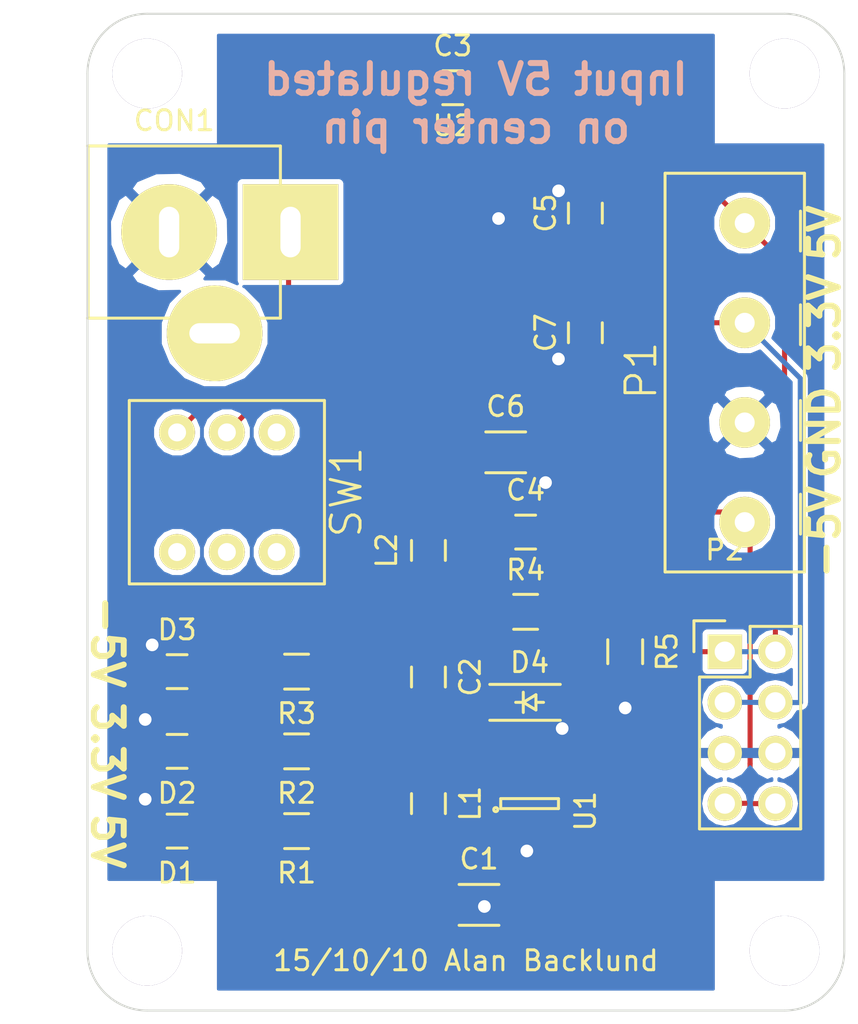
<source format=kicad_pcb>
(kicad_pcb (version 4) (host pcbnew "(2014-10-22 BZR 5214)-product")

  (general
    (links 49)
    (no_connects 0)
    (area 145.361476 97.32012 194.638524 153.03026)
    (thickness 1.6)
    (drawings 17)
    (tracks 156)
    (zones 0)
    (modules 28)
    (nets 13)
  )

  (page A4)
  (layers
    (0 F.Cu signal)
    (31 B.Cu signal)
    (32 B.Adhes user)
    (33 F.Adhes user)
    (34 B.Paste user)
    (35 F.Paste user)
    (36 B.SilkS user)
    (37 F.SilkS user)
    (38 B.Mask user)
    (39 F.Mask user)
    (40 Dwgs.User user)
    (41 Cmts.User user)
    (42 Eco1.User user)
    (43 Eco2.User user)
    (44 Edge.Cuts user)
    (45 Margin user)
    (46 B.CrtYd user)
    (47 F.CrtYd user)
    (48 B.Fab user)
    (49 F.Fab user)
  )

  (setup
    (last_trace_width 0.254)
    (trace_clearance 0.254)
    (zone_clearance 0.1524)
    (zone_45_only no)
    (trace_min 0.254)
    (segment_width 0.2)
    (edge_width 0.1)
    (via_size 0.889)
    (via_drill 0.635)
    (via_min_size 0.889)
    (via_min_drill 0.508)
    (uvia_size 0.508)
    (uvia_drill 0.127)
    (uvias_allowed no)
    (uvia_min_size 0.508)
    (uvia_min_drill 0.127)
    (pcb_text_width 0.3)
    (pcb_text_size 1.5 1.5)
    (mod_edge_width 0.15)
    (mod_text_size 1 1)
    (mod_text_width 0.15)
    (pad_size 1.5 1.5)
    (pad_drill 0.6)
    (pad_to_mask_clearance 0)
    (aux_axis_origin 0 0)
    (visible_elements FFFFFF7F)
    (pcbplotparams
      (layerselection 0x010f0_80000001)
      (usegerberextensions false)
      (excludeedgelayer true)
      (linewidth 0.200000)
      (plotframeref false)
      (viasonmask false)
      (mode 1)
      (useauxorigin false)
      (hpglpennumber 1)
      (hpglpenspeed 20)
      (hpglpendiameter 15)
      (hpglpenoverlay 2)
      (psnegative false)
      (psa4output false)
      (plotreference true)
      (plotvalue true)
      (plotinvisibletext false)
      (padsonsilk false)
      (subtractmaskfromsilk false)
      (outputformat 1)
      (mirror false)
      (drillshape 0)
      (scaleselection 1)
      (outputdirectory ""))
  )

  (net 0 "")
  (net 1 +5V)
  (net 2 GND)
  (net 3 "Net-(C2-Pad1)")
  (net 4 "Net-(C2-Pad2)")
  (net 5 -5V)
  (net 6 "Net-(C4-Pad2)")
  (net 7 +3.3V)
  (net 8 "Net-(CON1-Pad1)")
  (net 9 "Net-(CON1-Pad3)")
  (net 10 "Net-(D1-Pad1)")
  (net 11 "Net-(D2-Pad1)")
  (net 12 "Net-(D3-Pad2)")

  (net_class Default "This is the default net class."
    (clearance 0.254)
    (trace_width 0.254)
    (via_dia 0.889)
    (via_drill 0.635)
    (uvia_dia 0.508)
    (uvia_drill 0.127)
    (add_net +3.3V)
    (add_net +5V)
    (add_net -5V)
    (add_net GND)
    (add_net "Net-(C2-Pad1)")
    (add_net "Net-(C2-Pad2)")
    (add_net "Net-(C4-Pad2)")
    (add_net "Net-(CON1-Pad1)")
    (add_net "Net-(CON1-Pad3)")
    (add_net "Net-(D1-Pad1)")
    (add_net "Net-(D2-Pad1)")
    (add_net "Net-(D3-Pad2)")
  )

  (module Capacitors_SMD:C_1206_HandSoldering (layer F.Cu) (tedit 541A9C03) (tstamp 56180AA9)
    (at 170.66 144.7)
    (descr "Capacitor SMD 1206, hand soldering")
    (tags "capacitor 1206")
    (path /5617E158)
    (attr smd)
    (fp_text reference C1 (at 0 -2.3) (layer F.SilkS)
      (effects (font (size 1 1) (thickness 0.15)))
    )
    (fp_text value 4.7u (at 0 2.3) (layer F.Fab)
      (effects (font (size 1 1) (thickness 0.15)))
    )
    (fp_line (start -3.3 -1.15) (end 3.3 -1.15) (layer F.CrtYd) (width 0.05))
    (fp_line (start -3.3 1.15) (end 3.3 1.15) (layer F.CrtYd) (width 0.05))
    (fp_line (start -3.3 -1.15) (end -3.3 1.15) (layer F.CrtYd) (width 0.05))
    (fp_line (start 3.3 -1.15) (end 3.3 1.15) (layer F.CrtYd) (width 0.05))
    (fp_line (start 1 -1.025) (end -1 -1.025) (layer F.SilkS) (width 0.15))
    (fp_line (start -1 1.025) (end 1 1.025) (layer F.SilkS) (width 0.15))
    (pad 1 smd rect (at -2 0) (size 2 1.6) (layers F.Cu F.Paste F.Mask)
      (net 1 +5V))
    (pad 2 smd rect (at 2 0) (size 2 1.6) (layers F.Cu F.Paste F.Mask)
      (net 2 GND))
    (model Capacitors_SMD.3dshapes/C_1206_HandSoldering.wrl
      (at (xyz 0 0 0))
      (scale (xyz 1 1 1))
      (rotate (xyz 0 0 0))
    )
  )

  (module Capacitors_SMD:C_0805_HandSoldering (layer F.Cu) (tedit 541A9B8D) (tstamp 56180AAF)
    (at 168.12 133.27 270)
    (descr "Capacitor SMD 0805, hand soldering")
    (tags "capacitor 0805")
    (path /5617E171)
    (attr smd)
    (fp_text reference C2 (at 0 -2.1 270) (layer F.SilkS)
      (effects (font (size 1 1) (thickness 0.15)))
    )
    (fp_text value 0.47u (at 0 2.1 270) (layer F.Fab)
      (effects (font (size 1 1) (thickness 0.15)))
    )
    (fp_line (start -2.3 -1) (end 2.3 -1) (layer F.CrtYd) (width 0.05))
    (fp_line (start -2.3 1) (end 2.3 1) (layer F.CrtYd) (width 0.05))
    (fp_line (start -2.3 -1) (end -2.3 1) (layer F.CrtYd) (width 0.05))
    (fp_line (start 2.3 -1) (end 2.3 1) (layer F.CrtYd) (width 0.05))
    (fp_line (start 0.5 -0.85) (end -0.5 -0.85) (layer F.SilkS) (width 0.15))
    (fp_line (start -0.5 0.85) (end 0.5 0.85) (layer F.SilkS) (width 0.15))
    (pad 1 smd rect (at -1.25 0 270) (size 1.5 1.25) (layers F.Cu F.Paste F.Mask)
      (net 3 "Net-(C2-Pad1)"))
    (pad 2 smd rect (at 1.25 0 270) (size 1.5 1.25) (layers F.Cu F.Paste F.Mask)
      (net 4 "Net-(C2-Pad2)"))
    (model Capacitors_SMD.3dshapes/C_0805_HandSoldering.wrl
      (at (xyz 0 0 0))
      (scale (xyz 1 1 1))
      (rotate (xyz 0 0 0))
    )
  )

  (module Capacitors_SMD:C_0805_HandSoldering (layer F.Cu) (tedit 541A9B8D) (tstamp 56180AB5)
    (at 169.34 103.71)
    (descr "Capacitor SMD 0805, hand soldering")
    (tags "capacitor 0805")
    (path /5617E0BA)
    (attr smd)
    (fp_text reference C3 (at 0 -2.1) (layer F.SilkS)
      (effects (font (size 1 1) (thickness 0.15)))
    )
    (fp_text value 10u (at 0 2.1) (layer F.Fab)
      (effects (font (size 1 1) (thickness 0.15)))
    )
    (fp_line (start -2.3 -1) (end 2.3 -1) (layer F.CrtYd) (width 0.05))
    (fp_line (start -2.3 1) (end 2.3 1) (layer F.CrtYd) (width 0.05))
    (fp_line (start -2.3 -1) (end -2.3 1) (layer F.CrtYd) (width 0.05))
    (fp_line (start 2.3 -1) (end 2.3 1) (layer F.CrtYd) (width 0.05))
    (fp_line (start 0.5 -0.85) (end -0.5 -0.85) (layer F.SilkS) (width 0.15))
    (fp_line (start -0.5 0.85) (end 0.5 0.85) (layer F.SilkS) (width 0.15))
    (pad 1 smd rect (at -1.25 0) (size 1.5 1.25) (layers F.Cu F.Paste F.Mask)
      (net 1 +5V))
    (pad 2 smd rect (at 1.25 0) (size 1.5 1.25) (layers F.Cu F.Paste F.Mask)
      (net 2 GND))
    (model Capacitors_SMD.3dshapes/C_0805_HandSoldering.wrl
      (at (xyz 0 0 0))
      (scale (xyz 1 1 1))
      (rotate (xyz 0 0 0))
    )
  )

  (module Capacitors_SMD:C_0805_HandSoldering (layer F.Cu) (tedit 541A9B8D) (tstamp 56180ABB)
    (at 173 126)
    (descr "Capacitor SMD 0805, hand soldering")
    (tags "capacitor 0805")
    (path /5617E1DC)
    (attr smd)
    (fp_text reference C4 (at 0 -2.1) (layer F.SilkS)
      (effects (font (size 1 1) (thickness 0.15)))
    )
    (fp_text value 100p (at 0 2.1) (layer F.Fab)
      (effects (font (size 1 1) (thickness 0.15)))
    )
    (fp_line (start -2.3 -1) (end 2.3 -1) (layer F.CrtYd) (width 0.05))
    (fp_line (start -2.3 1) (end 2.3 1) (layer F.CrtYd) (width 0.05))
    (fp_line (start -2.3 -1) (end -2.3 1) (layer F.CrtYd) (width 0.05))
    (fp_line (start 2.3 -1) (end 2.3 1) (layer F.CrtYd) (width 0.05))
    (fp_line (start 0.5 -0.85) (end -0.5 -0.85) (layer F.SilkS) (width 0.15))
    (fp_line (start -0.5 0.85) (end 0.5 0.85) (layer F.SilkS) (width 0.15))
    (pad 1 smd rect (at -1.25 0) (size 1.5 1.25) (layers F.Cu F.Paste F.Mask)
      (net 5 -5V))
    (pad 2 smd rect (at 1.25 0) (size 1.5 1.25) (layers F.Cu F.Paste F.Mask)
      (net 6 "Net-(C4-Pad2)"))
    (model Capacitors_SMD.3dshapes/C_0805_HandSoldering.wrl
      (at (xyz 0 0 0))
      (scale (xyz 1 1 1))
      (rotate (xyz 0 0 0))
    )
  )

  (module Capacitors_SMD:C_0805_HandSoldering (layer F.Cu) (tedit 56185C8E) (tstamp 56185881)
    (at 176 110 90)
    (descr "Capacitor SMD 0805, hand soldering")
    (tags "capacitor 0805")
    (path /5617E131)
    (attr smd)
    (fp_text reference C5 (at 0 -2 90) (layer F.SilkS)
      (effects (font (size 1 1) (thickness 0.15)))
    )
    (fp_text value 10u (at 0 2.1 90) (layer F.Fab)
      (effects (font (size 1 1) (thickness 0.15)))
    )
    (fp_line (start -2.3 -1) (end 2.3 -1) (layer F.CrtYd) (width 0.05))
    (fp_line (start -2.3 1) (end 2.3 1) (layer F.CrtYd) (width 0.05))
    (fp_line (start -2.3 -1) (end -2.3 1) (layer F.CrtYd) (width 0.05))
    (fp_line (start 2.3 -1) (end 2.3 1) (layer F.CrtYd) (width 0.05))
    (fp_line (start 0.5 -0.85) (end -0.5 -0.85) (layer F.SilkS) (width 0.15))
    (fp_line (start -0.5 0.85) (end 0.5 0.85) (layer F.SilkS) (width 0.15))
    (pad 1 smd rect (at -1.25 0 90) (size 1.5 1.25) (layers F.Cu F.Paste F.Mask)
      (net 7 +3.3V))
    (pad 2 smd rect (at 1.25 0 90) (size 1.5 1.25) (layers F.Cu F.Paste F.Mask)
      (net 2 GND))
    (model Capacitors_SMD.3dshapes/C_0805_HandSoldering.wrl
      (at (xyz 0 0 0))
      (scale (xyz 1 1 1))
      (rotate (xyz 0 0 0))
    )
  )

  (module Capacitors_SMD:C_1206_HandSoldering (layer F.Cu) (tedit 541A9C03) (tstamp 56180AC7)
    (at 172 122)
    (descr "Capacitor SMD 1206, hand soldering")
    (tags "capacitor 1206")
    (path /5617E221)
    (attr smd)
    (fp_text reference C6 (at 0 -2.3) (layer F.SilkS)
      (effects (font (size 1 1) (thickness 0.15)))
    )
    (fp_text value 10u (at 0 2.3) (layer F.Fab)
      (effects (font (size 1 1) (thickness 0.15)))
    )
    (fp_line (start -3.3 -1.15) (end 3.3 -1.15) (layer F.CrtYd) (width 0.05))
    (fp_line (start -3.3 1.15) (end 3.3 1.15) (layer F.CrtYd) (width 0.05))
    (fp_line (start -3.3 -1.15) (end -3.3 1.15) (layer F.CrtYd) (width 0.05))
    (fp_line (start 3.3 -1.15) (end 3.3 1.15) (layer F.CrtYd) (width 0.05))
    (fp_line (start 1 -1.025) (end -1 -1.025) (layer F.SilkS) (width 0.15))
    (fp_line (start -1 1.025) (end 1 1.025) (layer F.SilkS) (width 0.15))
    (pad 1 smd rect (at -2 0) (size 2 1.6) (layers F.Cu F.Paste F.Mask)
      (net 5 -5V))
    (pad 2 smd rect (at 2 0) (size 2 1.6) (layers F.Cu F.Paste F.Mask)
      (net 2 GND))
    (model Capacitors_SMD.3dshapes/C_1206_HandSoldering.wrl
      (at (xyz 0 0 0))
      (scale (xyz 1 1 1))
      (rotate (xyz 0 0 0))
    )
  )

  (module Capacitors_SMD:C_0805_HandSoldering (layer F.Cu) (tedit 541A9B8D) (tstamp 56180AD4)
    (at 155.5 141 180)
    (descr "Capacitor SMD 0805, hand soldering")
    (tags "capacitor 0805")
    (path /5617E3BD)
    (attr smd)
    (fp_text reference D1 (at 0 -2.1 180) (layer F.SilkS)
      (effects (font (size 1 1) (thickness 0.15)))
    )
    (fp_text value 5V (at 0 2.1 180) (layer F.Fab)
      (effects (font (size 1 1) (thickness 0.15)))
    )
    (fp_line (start -2.3 -1) (end 2.3 -1) (layer F.CrtYd) (width 0.05))
    (fp_line (start -2.3 1) (end 2.3 1) (layer F.CrtYd) (width 0.05))
    (fp_line (start -2.3 -1) (end -2.3 1) (layer F.CrtYd) (width 0.05))
    (fp_line (start 2.3 -1) (end 2.3 1) (layer F.CrtYd) (width 0.05))
    (fp_line (start 0.5 -0.85) (end -0.5 -0.85) (layer F.SilkS) (width 0.15))
    (fp_line (start -0.5 0.85) (end 0.5 0.85) (layer F.SilkS) (width 0.15))
    (pad 1 smd rect (at -1.25 0 180) (size 1.5 1.25) (layers F.Cu F.Paste F.Mask)
      (net 10 "Net-(D1-Pad1)"))
    (pad 2 smd rect (at 1.25 0 180) (size 1.5 1.25) (layers F.Cu F.Paste F.Mask)
      (net 2 GND))
    (model Capacitors_SMD.3dshapes/C_0805_HandSoldering.wrl
      (at (xyz 0 0 0))
      (scale (xyz 1 1 1))
      (rotate (xyz 0 0 0))
    )
  )

  (module Capacitors_SMD:C_0805_HandSoldering (layer F.Cu) (tedit 541A9B8D) (tstamp 56180ADA)
    (at 155.5 137 180)
    (descr "Capacitor SMD 0805, hand soldering")
    (tags "capacitor 0805")
    (path /5617E418)
    (attr smd)
    (fp_text reference D2 (at 0 -2.1 180) (layer F.SilkS)
      (effects (font (size 1 1) (thickness 0.15)))
    )
    (fp_text value 3.3V (at 0 2.1 180) (layer F.Fab)
      (effects (font (size 1 1) (thickness 0.15)))
    )
    (fp_line (start -2.3 -1) (end 2.3 -1) (layer F.CrtYd) (width 0.05))
    (fp_line (start -2.3 1) (end 2.3 1) (layer F.CrtYd) (width 0.05))
    (fp_line (start -2.3 -1) (end -2.3 1) (layer F.CrtYd) (width 0.05))
    (fp_line (start 2.3 -1) (end 2.3 1) (layer F.CrtYd) (width 0.05))
    (fp_line (start 0.5 -0.85) (end -0.5 -0.85) (layer F.SilkS) (width 0.15))
    (fp_line (start -0.5 0.85) (end 0.5 0.85) (layer F.SilkS) (width 0.15))
    (pad 1 smd rect (at -1.25 0 180) (size 1.5 1.25) (layers F.Cu F.Paste F.Mask)
      (net 11 "Net-(D2-Pad1)"))
    (pad 2 smd rect (at 1.25 0 180) (size 1.5 1.25) (layers F.Cu F.Paste F.Mask)
      (net 2 GND))
    (model Capacitors_SMD.3dshapes/C_0805_HandSoldering.wrl
      (at (xyz 0 0 0))
      (scale (xyz 1 1 1))
      (rotate (xyz 0 0 0))
    )
  )

  (module Capacitors_SMD:C_0805_HandSoldering (layer F.Cu) (tedit 56185B06) (tstamp 56180AE0)
    (at 155.5 133)
    (descr "Capacitor SMD 0805, hand soldering")
    (tags "capacitor 0805")
    (path /5617E43D)
    (attr smd)
    (fp_text reference D3 (at 0 -2.1) (layer F.SilkS)
      (effects (font (size 1 1) (thickness 0.15)))
    )
    (fp_text value -5V (at 0 -2) (layer F.Fab)
      (effects (font (size 1 1) (thickness 0.15)))
    )
    (fp_line (start -2.3 -1) (end 2.3 -1) (layer F.CrtYd) (width 0.05))
    (fp_line (start -2.3 1) (end 2.3 1) (layer F.CrtYd) (width 0.05))
    (fp_line (start -2.3 -1) (end -2.3 1) (layer F.CrtYd) (width 0.05))
    (fp_line (start 2.3 -1) (end 2.3 1) (layer F.CrtYd) (width 0.05))
    (fp_line (start 0.5 -0.85) (end -0.5 -0.85) (layer F.SilkS) (width 0.15))
    (fp_line (start -0.5 0.85) (end 0.5 0.85) (layer F.SilkS) (width 0.15))
    (pad 1 smd rect (at -1.25 0) (size 1.5 1.25) (layers F.Cu F.Paste F.Mask)
      (net 2 GND))
    (pad 2 smd rect (at 1.25 0) (size 1.5 1.25) (layers F.Cu F.Paste F.Mask)
      (net 12 "Net-(D3-Pad2)"))
    (model Capacitors_SMD.3dshapes/C_0805_HandSoldering.wrl
      (at (xyz 0 0 0))
      (scale (xyz 1 1 1))
      (rotate (xyz 0 0 0))
    )
  )

  (module Diodes_SMD:SOD-123 (layer F.Cu) (tedit 5530FCB9) (tstamp 56180AE6)
    (at 173.2 134.54)
    (descr SOD-123)
    (tags SOD-123)
    (path /5617E458)
    (attr smd)
    (fp_text reference D4 (at 0 -2) (layer F.SilkS)
      (effects (font (size 1 1) (thickness 0.15)))
    )
    (fp_text value 20V (at 0 2.1) (layer F.Fab)
      (effects (font (size 1 1) (thickness 0.15)))
    )
    (fp_line (start 0.3175 0) (end 0.6985 0) (layer F.SilkS) (width 0.15))
    (fp_line (start -0.6985 0) (end -0.3175 0) (layer F.SilkS) (width 0.15))
    (fp_line (start -0.3175 0) (end 0.3175 -0.381) (layer F.SilkS) (width 0.15))
    (fp_line (start 0.3175 -0.381) (end 0.3175 0.381) (layer F.SilkS) (width 0.15))
    (fp_line (start 0.3175 0.381) (end -0.3175 0) (layer F.SilkS) (width 0.15))
    (fp_line (start -0.3175 -0.508) (end -0.3175 0.508) (layer F.SilkS) (width 0.15))
    (fp_line (start -2.25 -1.05) (end 2.25 -1.05) (layer F.CrtYd) (width 0.05))
    (fp_line (start 2.25 -1.05) (end 2.25 1.05) (layer F.CrtYd) (width 0.05))
    (fp_line (start 2.25 1.05) (end -2.25 1.05) (layer F.CrtYd) (width 0.05))
    (fp_line (start -2.25 -1.05) (end -2.25 1.05) (layer F.CrtYd) (width 0.05))
    (fp_line (start -2 0.9) (end 1.54 0.9) (layer F.SilkS) (width 0.15))
    (fp_line (start -2 -0.9) (end 1.54 -0.9) (layer F.SilkS) (width 0.15))
    (pad 1 smd rect (at -1.635 0) (size 0.91 1.22) (layers F.Cu F.Paste F.Mask)
      (net 3 "Net-(C2-Pad1)"))
    (pad 2 smd rect (at 1.635 0) (size 0.91 1.22) (layers F.Cu F.Paste F.Mask)
      (net 2 GND))
  )

  (module Capacitors_SMD:C_0805_HandSoldering (layer F.Cu) (tedit 541A9B8D) (tstamp 56180AEC)
    (at 168.12 139.62 270)
    (descr "Capacitor SMD 0805, hand soldering")
    (tags "capacitor 0805")
    (path /5617E4AD)
    (attr smd)
    (fp_text reference L1 (at 0 -2.1 270) (layer F.SilkS)
      (effects (font (size 1 1) (thickness 0.15)))
    )
    (fp_text value 10u (at 0 2.1 270) (layer F.Fab)
      (effects (font (size 1 1) (thickness 0.15)))
    )
    (fp_line (start -2.3 -1) (end 2.3 -1) (layer F.CrtYd) (width 0.05))
    (fp_line (start -2.3 1) (end 2.3 1) (layer F.CrtYd) (width 0.05))
    (fp_line (start -2.3 -1) (end -2.3 1) (layer F.CrtYd) (width 0.05))
    (fp_line (start 2.3 -1) (end 2.3 1) (layer F.CrtYd) (width 0.05))
    (fp_line (start 0.5 -0.85) (end -0.5 -0.85) (layer F.SilkS) (width 0.15))
    (fp_line (start -0.5 0.85) (end 0.5 0.85) (layer F.SilkS) (width 0.15))
    (pad 1 smd rect (at -1.25 0 270) (size 1.5 1.25) (layers F.Cu F.Paste F.Mask)
      (net 1 +5V))
    (pad 2 smd rect (at 1.25 0 270) (size 1.5 1.25) (layers F.Cu F.Paste F.Mask)
      (net 4 "Net-(C2-Pad2)"))
    (model Capacitors_SMD.3dshapes/C_0805_HandSoldering.wrl
      (at (xyz 0 0 0))
      (scale (xyz 1 1 1))
      (rotate (xyz 0 0 0))
    )
  )

  (module Capacitors_SMD:C_0805_HandSoldering (layer F.Cu) (tedit 541A9B8D) (tstamp 56180AF2)
    (at 168.12 126.92 90)
    (descr "Capacitor SMD 0805, hand soldering")
    (tags "capacitor 0805")
    (path /56180998)
    (attr smd)
    (fp_text reference L2 (at 0 -2.1 90) (layer F.SilkS)
      (effects (font (size 1 1) (thickness 0.15)))
    )
    (fp_text value 10u (at 0 2.1 90) (layer F.Fab)
      (effects (font (size 1 1) (thickness 0.15)))
    )
    (fp_line (start -2.3 -1) (end 2.3 -1) (layer F.CrtYd) (width 0.05))
    (fp_line (start -2.3 1) (end 2.3 1) (layer F.CrtYd) (width 0.05))
    (fp_line (start -2.3 -1) (end -2.3 1) (layer F.CrtYd) (width 0.05))
    (fp_line (start 2.3 -1) (end 2.3 1) (layer F.CrtYd) (width 0.05))
    (fp_line (start 0.5 -0.85) (end -0.5 -0.85) (layer F.SilkS) (width 0.15))
    (fp_line (start -0.5 0.85) (end 0.5 0.85) (layer F.SilkS) (width 0.15))
    (pad 1 smd rect (at -1.25 0 90) (size 1.5 1.25) (layers F.Cu F.Paste F.Mask)
      (net 3 "Net-(C2-Pad1)"))
    (pad 2 smd rect (at 1.25 0 90) (size 1.5 1.25) (layers F.Cu F.Paste F.Mask)
      (net 5 -5V))
    (model Capacitors_SMD.3dshapes/C_0805_HandSoldering.wrl
      (at (xyz 0 0 0))
      (scale (xyz 1 1 1))
      (rotate (xyz 0 0 0))
    )
  )

  (module Pin_Headers:Pin_Header_Straight_2x04 (layer F.Cu) (tedit 56180A4D) (tstamp 56180B06)
    (at 183 132)
    (descr "Through hole pin header")
    (tags "pin header")
    (path /5617E52D)
    (fp_text reference P2 (at 0 -5.1) (layer F.SilkS)
      (effects (font (size 1 1) (thickness 0.15)))
    )
    (fp_text value "Power Out" (at 0 -3.1) (layer F.Fab)
      (effects (font (size 1 1) (thickness 0.15)))
    )
    (fp_line (start -1.75 -1.75) (end -1.75 9.4) (layer F.CrtYd) (width 0.05))
    (fp_line (start 4.3 -1.75) (end 4.3 9.4) (layer F.CrtYd) (width 0.05))
    (fp_line (start -1.75 -1.75) (end 4.3 -1.75) (layer F.CrtYd) (width 0.05))
    (fp_line (start -1.75 9.4) (end 4.3 9.4) (layer F.CrtYd) (width 0.05))
    (fp_line (start -1.27 1.27) (end -1.27 8.89) (layer F.SilkS) (width 0.15))
    (fp_line (start -1.27 8.89) (end 3.81 8.89) (layer F.SilkS) (width 0.15))
    (fp_line (start 3.81 8.89) (end 3.81 -1.27) (layer F.SilkS) (width 0.15))
    (fp_line (start 3.81 -1.27) (end 1.27 -1.27) (layer F.SilkS) (width 0.15))
    (fp_line (start 0 -1.55) (end -1.55 -1.55) (layer F.SilkS) (width 0.15))
    (fp_line (start 1.27 -1.27) (end 1.27 1.27) (layer F.SilkS) (width 0.15))
    (fp_line (start 1.27 1.27) (end -1.27 1.27) (layer F.SilkS) (width 0.15))
    (fp_line (start -1.55 -1.55) (end -1.55 0) (layer F.SilkS) (width 0.15))
    (pad 1 thru_hole rect (at 0 0) (size 1.7272 1.7272) (drill 1.016) (layers *.Cu *.Mask F.SilkS)
      (net 1 +5V))
    (pad 2 thru_hole oval (at 2.54 0) (size 1.7272 1.7272) (drill 1.016) (layers *.Cu *.Mask F.SilkS)
      (net 1 +5V))
    (pad 3 thru_hole oval (at 0 2.54) (size 1.7272 1.7272) (drill 1.016) (layers *.Cu *.Mask F.SilkS)
      (net 7 +3.3V))
    (pad 4 thru_hole oval (at 2.54 2.54) (size 1.7272 1.7272) (drill 1.016) (layers *.Cu *.Mask F.SilkS)
      (net 7 +3.3V))
    (pad 5 thru_hole oval (at 0 5.08) (size 1.7272 1.7272) (drill 1.016) (layers *.Cu *.Mask F.SilkS)
      (net 2 GND))
    (pad 6 thru_hole oval (at 2.54 5.08) (size 1.7272 1.7272) (drill 1.016) (layers *.Cu *.Mask F.SilkS)
      (net 2 GND))
    (pad 7 thru_hole oval (at 0 7.62) (size 1.7272 1.7272) (drill 1.016) (layers *.Cu *.Mask F.SilkS)
      (net 5 -5V))
    (pad 8 thru_hole oval (at 2.54 7.62) (size 1.7272 1.7272) (drill 1.016) (layers *.Cu *.Mask F.SilkS)
      (net 5 -5V))
    (model Pin_Headers.3dshapes/Pin_Header_Straight_2x04.wrl
      (at (xyz 0.05 -0.15 0))
      (scale (xyz 1 1 1))
      (rotate (xyz 0 0 90))
    )
  )

  (module Resistors_SMD:R_0805_HandSoldering (layer F.Cu) (tedit 54189DEE) (tstamp 56180B0C)
    (at 161.5 141 180)
    (descr "Resistor SMD 0805, hand soldering")
    (tags "resistor 0805")
    (path /5617E23A)
    (attr smd)
    (fp_text reference R1 (at 0 -2.1 180) (layer F.SilkS)
      (effects (font (size 1 1) (thickness 0.15)))
    )
    (fp_text value 470 (at 0 2.1 180) (layer F.Fab)
      (effects (font (size 1 1) (thickness 0.15)))
    )
    (fp_line (start -2.4 -1) (end 2.4 -1) (layer F.CrtYd) (width 0.05))
    (fp_line (start -2.4 1) (end 2.4 1) (layer F.CrtYd) (width 0.05))
    (fp_line (start -2.4 -1) (end -2.4 1) (layer F.CrtYd) (width 0.05))
    (fp_line (start 2.4 -1) (end 2.4 1) (layer F.CrtYd) (width 0.05))
    (fp_line (start 0.6 0.875) (end -0.6 0.875) (layer F.SilkS) (width 0.15))
    (fp_line (start -0.6 -0.875) (end 0.6 -0.875) (layer F.SilkS) (width 0.15))
    (pad 1 smd rect (at -1.35 0 180) (size 1.5 1.3) (layers F.Cu F.Paste F.Mask)
      (net 1 +5V))
    (pad 2 smd rect (at 1.35 0 180) (size 1.5 1.3) (layers F.Cu F.Paste F.Mask)
      (net 10 "Net-(D1-Pad1)"))
    (model Resistors_SMD.3dshapes/R_0805_HandSoldering.wrl
      (at (xyz 0 0 0))
      (scale (xyz 1 1 1))
      (rotate (xyz 0 0 0))
    )
  )

  (module Resistors_SMD:R_0805_HandSoldering (layer F.Cu) (tedit 54189DEE) (tstamp 56180B12)
    (at 161.5 137 180)
    (descr "Resistor SMD 0805, hand soldering")
    (tags "resistor 0805")
    (path /5617E323)
    (attr smd)
    (fp_text reference R2 (at 0 -2.1 180) (layer F.SilkS)
      (effects (font (size 1 1) (thickness 0.15)))
    )
    (fp_text value 330 (at 0 2.1 180) (layer F.Fab)
      (effects (font (size 1 1) (thickness 0.15)))
    )
    (fp_line (start -2.4 -1) (end 2.4 -1) (layer F.CrtYd) (width 0.05))
    (fp_line (start -2.4 1) (end 2.4 1) (layer F.CrtYd) (width 0.05))
    (fp_line (start -2.4 -1) (end -2.4 1) (layer F.CrtYd) (width 0.05))
    (fp_line (start 2.4 -1) (end 2.4 1) (layer F.CrtYd) (width 0.05))
    (fp_line (start 0.6 0.875) (end -0.6 0.875) (layer F.SilkS) (width 0.15))
    (fp_line (start -0.6 -0.875) (end 0.6 -0.875) (layer F.SilkS) (width 0.15))
    (pad 1 smd rect (at -1.35 0 180) (size 1.5 1.3) (layers F.Cu F.Paste F.Mask)
      (net 7 +3.3V))
    (pad 2 smd rect (at 1.35 0 180) (size 1.5 1.3) (layers F.Cu F.Paste F.Mask)
      (net 11 "Net-(D2-Pad1)"))
    (model Resistors_SMD.3dshapes/R_0805_HandSoldering.wrl
      (at (xyz 0 0 0))
      (scale (xyz 1 1 1))
      (rotate (xyz 0 0 0))
    )
  )

  (module Resistors_SMD:R_0805_HandSoldering (layer F.Cu) (tedit 54189DEE) (tstamp 56180B18)
    (at 161.5 133 180)
    (descr "Resistor SMD 0805, hand soldering")
    (tags "resistor 0805")
    (path /5617E3A4)
    (attr smd)
    (fp_text reference R3 (at 0 -2.1 180) (layer F.SilkS)
      (effects (font (size 1 1) (thickness 0.15)))
    )
    (fp_text value 470 (at 0 2.1 180) (layer F.Fab)
      (effects (font (size 1 1) (thickness 0.15)))
    )
    (fp_line (start -2.4 -1) (end 2.4 -1) (layer F.CrtYd) (width 0.05))
    (fp_line (start -2.4 1) (end 2.4 1) (layer F.CrtYd) (width 0.05))
    (fp_line (start -2.4 -1) (end -2.4 1) (layer F.CrtYd) (width 0.05))
    (fp_line (start 2.4 -1) (end 2.4 1) (layer F.CrtYd) (width 0.05))
    (fp_line (start 0.6 0.875) (end -0.6 0.875) (layer F.SilkS) (width 0.15))
    (fp_line (start -0.6 -0.875) (end 0.6 -0.875) (layer F.SilkS) (width 0.15))
    (pad 1 smd rect (at -1.35 0 180) (size 1.5 1.3) (layers F.Cu F.Paste F.Mask)
      (net 5 -5V))
    (pad 2 smd rect (at 1.35 0 180) (size 1.5 1.3) (layers F.Cu F.Paste F.Mask)
      (net 12 "Net-(D3-Pad2)"))
    (model Resistors_SMD.3dshapes/R_0805_HandSoldering.wrl
      (at (xyz 0 0 0))
      (scale (xyz 1 1 1))
      (rotate (xyz 0 0 0))
    )
  )

  (module Resistors_SMD:R_0805_HandSoldering (layer F.Cu) (tedit 54189DEE) (tstamp 56180B1E)
    (at 173 130)
    (descr "Resistor SMD 0805, hand soldering")
    (tags "resistor 0805")
    (path /561808FC)
    (attr smd)
    (fp_text reference R4 (at 0 -2.1) (layer F.SilkS)
      (effects (font (size 1 1) (thickness 0.15)))
    )
    (fp_text value 73.2 (at 0 2.1) (layer F.Fab)
      (effects (font (size 1 1) (thickness 0.15)))
    )
    (fp_line (start -2.4 -1) (end 2.4 -1) (layer F.CrtYd) (width 0.05))
    (fp_line (start -2.4 1) (end 2.4 1) (layer F.CrtYd) (width 0.05))
    (fp_line (start -2.4 -1) (end -2.4 1) (layer F.CrtYd) (width 0.05))
    (fp_line (start 2.4 -1) (end 2.4 1) (layer F.CrtYd) (width 0.05))
    (fp_line (start 0.6 0.875) (end -0.6 0.875) (layer F.SilkS) (width 0.15))
    (fp_line (start -0.6 -0.875) (end 0.6 -0.875) (layer F.SilkS) (width 0.15))
    (pad 1 smd rect (at -1.35 0) (size 1.5 1.3) (layers F.Cu F.Paste F.Mask)
      (net 5 -5V))
    (pad 2 smd rect (at 1.35 0) (size 1.5 1.3) (layers F.Cu F.Paste F.Mask)
      (net 6 "Net-(C4-Pad2)"))
    (model Resistors_SMD.3dshapes/R_0805_HandSoldering.wrl
      (at (xyz 0 0 0))
      (scale (xyz 1 1 1))
      (rotate (xyz 0 0 0))
    )
  )

  (module Resistors_SMD:R_0805_HandSoldering (layer F.Cu) (tedit 54189DEE) (tstamp 56180B24)
    (at 178 132 270)
    (descr "Resistor SMD 0805, hand soldering")
    (tags "resistor 0805")
    (path /561806F4)
    (attr smd)
    (fp_text reference R5 (at 0 -2.1 270) (layer F.SilkS)
      (effects (font (size 1 1) (thickness 0.15)))
    )
    (fp_text value 24.9 (at 0 2.1 270) (layer F.Fab)
      (effects (font (size 1 1) (thickness 0.15)))
    )
    (fp_line (start -2.4 -1) (end 2.4 -1) (layer F.CrtYd) (width 0.05))
    (fp_line (start -2.4 1) (end 2.4 1) (layer F.CrtYd) (width 0.05))
    (fp_line (start -2.4 -1) (end -2.4 1) (layer F.CrtYd) (width 0.05))
    (fp_line (start 2.4 -1) (end 2.4 1) (layer F.CrtYd) (width 0.05))
    (fp_line (start 0.6 0.875) (end -0.6 0.875) (layer F.SilkS) (width 0.15))
    (fp_line (start -0.6 -0.875) (end 0.6 -0.875) (layer F.SilkS) (width 0.15))
    (pad 1 smd rect (at -1.35 0 270) (size 1.5 1.3) (layers F.Cu F.Paste F.Mask)
      (net 6 "Net-(C4-Pad2)"))
    (pad 2 smd rect (at 1.35 0 270) (size 1.5 1.3) (layers F.Cu F.Paste F.Mask)
      (net 2 GND))
    (model Resistors_SMD.3dshapes/R_0805_HandSoldering.wrl
      (at (xyz 0 0 0))
      (scale (xyz 1 1 1))
      (rotate (xyz 0 0 0))
    )
  )

  (module Housings_SOT-23_SOT-143_TSOT-6:SOT-23-5 (layer F.Cu) (tedit 56185B33) (tstamp 56180B37)
    (at 173.2 139.62 90)
    (descr "5-pin SOT23 package")
    (tags SOT-23-5)
    (path /5617E04C)
    (attr smd)
    (fp_text reference U1 (at -0.38 2.8 90) (layer F.SilkS)
      (effects (font (size 1 1) (thickness 0.15)))
    )
    (fp_text value LT1617 (at -0.05 2.35 90) (layer F.Fab)
      (effects (font (size 1 1) (thickness 0.15)))
    )
    (fp_line (start -1.8 -1.6) (end 1.8 -1.6) (layer F.CrtYd) (width 0.05))
    (fp_line (start 1.8 -1.6) (end 1.8 1.6) (layer F.CrtYd) (width 0.05))
    (fp_line (start 1.8 1.6) (end -1.8 1.6) (layer F.CrtYd) (width 0.05))
    (fp_line (start -1.8 1.6) (end -1.8 -1.6) (layer F.CrtYd) (width 0.05))
    (fp_circle (center -0.3 -1.7) (end -0.2 -1.7) (layer F.SilkS) (width 0.15))
    (fp_line (start 0.25 -1.45) (end -0.25 -1.45) (layer F.SilkS) (width 0.15))
    (fp_line (start 0.25 1.45) (end 0.25 -1.45) (layer F.SilkS) (width 0.15))
    (fp_line (start -0.25 1.45) (end 0.25 1.45) (layer F.SilkS) (width 0.15))
    (fp_line (start -0.25 -1.45) (end -0.25 1.45) (layer F.SilkS) (width 0.15))
    (pad 1 smd rect (at -1.1 -0.95 90) (size 1.06 0.65) (layers F.Cu F.Paste F.Mask)
      (net 4 "Net-(C2-Pad2)"))
    (pad 2 smd rect (at -1.1 0 90) (size 1.06 0.65) (layers F.Cu F.Paste F.Mask)
      (net 2 GND))
    (pad 3 smd rect (at -1.1 0.95 90) (size 1.06 0.65) (layers F.Cu F.Paste F.Mask)
      (net 6 "Net-(C4-Pad2)"))
    (pad 4 smd rect (at 1.1 0.95 90) (size 1.06 0.65) (layers F.Cu F.Paste F.Mask)
      (net 1 +5V))
    (pad 5 smd rect (at 1.1 -0.95 90) (size 1.06 0.65) (layers F.Cu F.Paste F.Mask)
      (net 1 +5V))
    (model Housings_SOT-23_SOT-143_TSOT-6.3dshapes/SOT-23-5.wrl
      (at (xyz 0 0 0))
      (scale (xyz 0.11 0.11 0.11))
      (rotate (xyz 0 0 90))
    )
  )

  (module AB1lib:DPAK (layer F.Cu) (tedit 5619B2BC) (tstamp 56185874)
    (at 169.34 111.33 180)
    (path /5617E01F)
    (fp_text reference U2 (at 0 5.715 180) (layer F.SilkS)
      (effects (font (size 1 1) (thickness 0.15)))
    )
    (fp_text value LD1117DT33 (at 0 -7.62 180) (layer F.SilkS) hide
      (effects (font (size 1 1) (thickness 0.15)))
    )
    (pad 1 smd rect (at -2.3 3.3 180) (size 1.6 3) (layers F.Cu F.Paste F.Mask)
      (net 2 GND))
    (pad 3 smd rect (at 2.3 3.3 180) (size 1.6 3) (layers F.Cu F.Paste F.Mask)
      (net 1 +5V))
    (pad 2 smd rect (at 0 -3.35 180) (size 6.7 6.7) (layers F.Cu F.Paste F.Mask)
      (net 7 +3.3V))
  )

  (module AB1lib:PVA2EE (layer F.Cu) (tedit 56185CD7) (tstamp 561854BA)
    (at 158 124)
    (path /56183508)
    (fp_text reference SW1 (at 6 0 270) (layer F.SilkS)
      (effects (font (size 1.5 1.5) (thickness 0.15)))
    )
    (fp_text value Power (at 0.4 5.85) (layer F.SilkS) hide
      (effects (font (size 1.5 1.5) (thickness 0.15)))
    )
    (fp_line (start -4.9 -4.6) (end -4.9 4.6) (layer F.SilkS) (width 0.15))
    (fp_line (start 4.9 -4.6) (end 4.9 4.6) (layer F.SilkS) (width 0.15))
    (fp_line (start -4.9 4.6) (end 4.9 4.6) (layer F.SilkS) (width 0.15))
    (fp_line (start -4.9 -4.6) (end 4.9 -4.6) (layer F.SilkS) (width 0.15))
    (pad 1 thru_hole circle (at -2.5 -3) (size 1.8 1.8) (drill 0.9) (layers *.Cu *.Mask F.SilkS)
      (net 8 "Net-(CON1-Pad1)"))
    (pad 2 thru_hole circle (at 0 -3) (size 1.8 1.8) (drill 0.9) (layers *.Cu *.Mask F.SilkS)
      (net 1 +5V))
    (pad 3 thru_hole circle (at 2.5 -3) (size 1.8 1.8) (drill 0.9) (layers *.Cu *.Mask F.SilkS))
    (pad 4 thru_hole circle (at -2.5 3) (size 1.8 1.8) (drill 0.9) (layers *.Cu *.Mask F.SilkS))
    (pad 5 thru_hole circle (at 0 3) (size 1.8 1.8) (drill 0.9) (layers *.Cu *.Mask F.SilkS))
    (pad 6 thru_hole circle (at 2.5 3) (size 1.8 1.8) (drill 0.9) (layers *.Cu *.Mask F.SilkS))
  )

  (module Capacitors_SMD:C_0805_HandSoldering (layer F.Cu) (tedit 56185C80) (tstamp 5618586C)
    (at 176 116 270)
    (descr "Capacitor SMD 0805, hand soldering")
    (tags "capacitor 0805")
    (path /56185C9F)
    (attr smd)
    (fp_text reference C7 (at 0 2 270) (layer F.SilkS)
      (effects (font (size 1 1) (thickness 0.15)))
    )
    (fp_text value 0.1u (at 0 -2 270) (layer F.Fab)
      (effects (font (size 1 1) (thickness 0.15)))
    )
    (fp_line (start -2.3 -1) (end 2.3 -1) (layer F.CrtYd) (width 0.05))
    (fp_line (start -2.3 1) (end 2.3 1) (layer F.CrtYd) (width 0.05))
    (fp_line (start -2.3 -1) (end -2.3 1) (layer F.CrtYd) (width 0.05))
    (fp_line (start 2.3 -1) (end 2.3 1) (layer F.CrtYd) (width 0.05))
    (fp_line (start 0.5 -0.85) (end -0.5 -0.85) (layer F.SilkS) (width 0.15))
    (fp_line (start -0.5 0.85) (end 0.5 0.85) (layer F.SilkS) (width 0.15))
    (pad 1 smd rect (at -1.25 0 270) (size 1.5 1.25) (layers F.Cu F.Paste F.Mask)
      (net 7 +3.3V))
    (pad 2 smd rect (at 1.25 0 270) (size 1.5 1.25) (layers F.Cu F.Paste F.Mask)
      (net 2 GND))
    (model Capacitors_SMD.3dshapes/C_0805_HandSoldering.wrl
      (at (xyz 0 0 0))
      (scale (xyz 1 1 1))
      (rotate (xyz 0 0 0))
    )
  )

  (module Mounting_Holes:MountingHole_3-5mm (layer F.Cu) (tedit 56185712) (tstamp 56185718)
    (at 186 103)
    (descr "Mounting hole, Befestigungsbohrung, 3,5mm, No Annular, Kein Restring,")
    (tags "Mounting hole, Befestigungsbohrung, 3,5mm, No Annular, Kein Restring,")
    (fp_text reference REF1 (at 0 -4.50088) (layer F.SilkS) hide
      (effects (font (size 1 1) (thickness 0.15)))
    )
    (fp_text value MountingHole_3-5mm (at 0 5.00126) (layer F.Fab) hide
      (effects (font (size 1 1) (thickness 0.15)))
    )
    (fp_circle (center 0 0) (end 3.5 0) (layer Cmts.User) (width 0.381))
    (pad 1 thru_hole circle (at 0 0) (size 3.5 3.5) (drill 3.5) (layers))
  )

  (module Mounting_Holes:MountingHole_3-5mm (layer F.Cu) (tedit 56185A27) (tstamp 5618576F)
    (at 154 103)
    (descr "Mounting hole, Befestigungsbohrung, 3,5mm, No Annular, Kein Restring,")
    (tags "Mounting hole, Befestigungsbohrung, 3,5mm, No Annular, Kein Restring,")
    (fp_text reference REF2 (at 0 -4.50088) (layer F.SilkS) hide
      (effects (font (size 1 1) (thickness 0.15)))
    )
    (fp_text value MountingHole_3-5mm (at 0 5.00126) (layer F.Fab) hide
      (effects (font (size 1 1) (thickness 0.15)))
    )
    (fp_circle (center 0 0) (end 3.5 0) (layer Cmts.User) (width 0.381))
    (pad 1 thru_hole circle (at 0 0) (size 3.5 3.5) (drill 3.5) (layers))
  )

  (module Mounting_Holes:MountingHole_3-5mm (layer F.Cu) (tedit 56185AA5) (tstamp 56185776)
    (at 186 147)
    (descr "Mounting hole, Befestigungsbohrung, 3,5mm, No Annular, Kein Restring,")
    (tags "Mounting hole, Befestigungsbohrung, 3,5mm, No Annular, Kein Restring,")
    (fp_text reference REF4 (at 0 -4.50088) (layer F.SilkS) hide
      (effects (font (size 1 1) (thickness 0.15)))
    )
    (fp_text value MountingHole_3-5mm (at 0 5.00126) (layer F.Fab) hide
      (effects (font (size 1 1) (thickness 0.15)))
    )
    (fp_circle (center 0 0) (end 3.5 0) (layer Cmts.User) (width 0.381))
    (pad 1 thru_hole circle (at 0 0) (size 3.5 3.5) (drill 3.5) (layers))
  )

  (module Mounting_Holes:MountingHole_3-5mm (layer F.Cu) (tedit 56185A8E) (tstamp 5618577C)
    (at 154 147)
    (descr "Mounting hole, Befestigungsbohrung, 3,5mm, No Annular, Kein Restring,")
    (tags "Mounting hole, Befestigungsbohrung, 3,5mm, No Annular, Kein Restring,")
    (fp_text reference REF3 (at 0 -4.50088) (layer F.SilkS) hide
      (effects (font (size 1 1) (thickness 0.15)))
    )
    (fp_text value MountingHole_3-5mm (at 0 5.00126) (layer F.Fab) hide
      (effects (font (size 1 1) (thickness 0.15)))
    )
    (fp_circle (center 0 0) (end 3.5 0) (layer Cmts.User) (width 0.381))
    (pad 1 thru_hole circle (at 0 0) (size 3.5 3.5) (drill 3.5) (layers))
  )

  (module AB1lib:4pinTerminal (layer F.Cu) (tedit 5619AA7F) (tstamp 5619AB2C)
    (at 184 118 270)
    (path /5617E693)
    (fp_text reference P1 (at -0.1 5.2 270) (layer F.SilkS)
      (effects (font (size 1.5 1.5) (thickness 0.15)))
    )
    (fp_text value "Power Out" (at -0.1 -4.2 270) (layer F.SilkS) hide
      (effects (font (size 1.5 1.5) (thickness 0.15)))
    )
    (fp_line (start 6.1 -2.8) (end 8.1 -2.8) (layer F.SilkS) (width 0.15))
    (fp_line (start 1.4 -2.8) (end 3.4 -2.8) (layer F.SilkS) (width 0.15))
    (fp_line (start -3.4 -2.8) (end -1.4 -2.8) (layer F.SilkS) (width 0.15))
    (fp_line (start -8.1 -2.8) (end -6.1 -2.8) (layer F.SilkS) (width 0.15))
    (fp_line (start 10 -3) (end 10 4) (layer F.SilkS) (width 0.15))
    (fp_line (start -10 -3) (end -10 4) (layer F.SilkS) (width 0.15))
    (fp_line (start -10 -3) (end 10 -3) (layer F.SilkS) (width 0.15))
    (fp_line (start -10 4) (end 10 4) (layer F.SilkS) (width 0.15))
    (pad 3 thru_hole circle (at 2.5 0 270) (size 2.54 2.54) (drill 0.999998) (layers *.Cu *.Mask F.SilkS)
      (net 2 GND))
    (pad 2 thru_hole circle (at -2.5 0 270) (size 2.54 2.54) (drill 0.999998) (layers *.Cu *.Mask F.SilkS)
      (net 7 +3.3V))
    (pad 1 thru_hole circle (at -7.5 0 270) (size 2.54 2.54) (drill 0.999998) (layers *.Cu *.Mask F.SilkS)
      (net 1 +5V))
    (pad 4 thru_hole circle (at 7.5 0 270) (size 2.54 2.54) (drill 0.999998) (layers *.Cu *.Mask F.SilkS)
      (net 5 -5V))
  )

  (module AB1lib:JACK_ALIM (layer F.Cu) (tedit 561AEDDF) (tstamp 561AEF67)
    (at 155.1 110.95)
    (descr "module 1 pin (ou trou mecanique de percage)")
    (tags "CONN JACK")
    (path /5617E075)
    (fp_text reference CON1 (at 0.254 -5.588) (layer F.SilkS)
      (effects (font (size 1 1) (thickness 0.15)))
    )
    (fp_text value "Power In" (at -5.08 5.588) (layer F.Fab)
      (effects (font (size 1 1) (thickness 0.15)))
    )
    (fp_line (start -4.064 -4.318) (end -4.064 4.318) (layer F.SilkS) (width 0.15))
    (fp_line (start 5.588 -4.318) (end 5.588 4.318) (layer F.SilkS) (width 0.15))
    (fp_line (start -4.1 4.318) (end 5.588 4.318) (layer F.SilkS) (width 0.15))
    (fp_line (start -4.1 -4.318) (end 5.588 -4.318) (layer F.SilkS) (width 0.15))
    (pad 2 thru_hole circle (at 0 0) (size 4.8006 4.8006) (drill oval 1.016 2.54) (layers *.Cu *.Mask F.SilkS)
      (net 2 GND))
    (pad 1 thru_hole rect (at 6.096 0) (size 4.8006 4.8006) (drill oval 1.016 2.54) (layers *.Cu *.Mask F.SilkS)
      (net 8 "Net-(CON1-Pad1)"))
    (pad 3 thru_hole circle (at 2.286 5.08) (size 4.8006 4.8006) (drill oval 2.54 1.016) (layers *.Cu *.Mask F.SilkS)
      (net 9 "Net-(CON1-Pad3)"))
    (model Connect.3dshapes/JACK_ALIM.wrl
      (at (xyz 0 0 0))
      (scale (xyz 0.8 0.8 0.8))
      (rotate (xyz 0 0 0))
    )
  )

  (gr_text "15/10/10 Alan Backlund" (at 170 147.5) (layer F.SilkS)
    (effects (font (size 1 1) (thickness 0.15)))
  )
  (gr_text "Input 5V regulated\non center pin" (at 170.5 104.5) (layer B.SilkS)
    (effects (font (size 1.5 1.5) (thickness 0.3)) (justify mirror))
  )
  (gr_arc (start 154 147) (end 154 150) (angle 90) (layer Edge.Cuts) (width 0.1))
  (gr_arc (start 186 147) (end 189 147) (angle 90) (layer Edge.Cuts) (width 0.1))
  (gr_arc (start 186 103) (end 186 100) (angle 90) (layer Edge.Cuts) (width 0.1))
  (gr_arc (start 154 103) (end 151 103) (angle 90) (layer Edge.Cuts) (width 0.1))
  (gr_text 5V (at 152 141.5 270) (layer F.SilkS)
    (effects (font (size 1.5 1.5) (thickness 0.3)))
  )
  (gr_text 3.3V (at 152 137 270) (layer F.SilkS)
    (effects (font (size 1.5 1.5) (thickness 0.3)))
  )
  (gr_text -5V (at 152 131.5 270) (layer F.SilkS)
    (effects (font (size 1.5 1.5) (thickness 0.3)))
  )
  (gr_text 5V (at 188 111 90) (layer F.SilkS)
    (effects (font (size 1.5 1.5) (thickness 0.3)))
  )
  (gr_text 3.3V (at 188 115.5 90) (layer F.SilkS)
    (effects (font (size 1.5 1.5) (thickness 0.3)))
  )
  (gr_text -5V (at 188 126 90) (layer F.SilkS)
    (effects (font (size 1.5 1.5) (thickness 0.3)))
  )
  (gr_text GND (at 188 121 90) (layer F.SilkS)
    (effects (font (size 1.5 1.5) (thickness 0.3)))
  )
  (gr_line (start 151 103) (end 151 147) (angle 90) (layer Edge.Cuts) (width 0.1))
  (gr_line (start 186 100) (end 154 100) (angle 90) (layer Edge.Cuts) (width 0.1))
  (gr_line (start 189 147) (end 189 103) (angle 90) (layer Edge.Cuts) (width 0.1) (tstamp 5618732D))
  (gr_line (start 154 150) (end 186 150) (angle 90) (layer Edge.Cuts) (width 0.1))

  (segment (start 165.35 141.05) (end 167.1137 139.2808) (width 0.254) (layer F.Cu) (net 1))
  (segment (start 167.1137 139.2808) (end 167.1137 138.37) (width 0.254) (layer F.Cu) (net 1))
  (segment (start 162.85 141) (end 165.3945 141) (width 0.254) (layer F.Cu) (net 1))
  (segment (start 165.3945 141) (end 165.35 141.05) (width 0.254) (layer F.Cu) (net 1))
  (segment (start 165.35 141.05) (end 168.65 143.3) (width 0.254) (layer F.Cu) (net 1))
  (segment (start 174.9141 137.9234) (end 174.15 137.9234) (width 0.254) (layer F.Cu) (net 1))
  (segment (start 181.7551 132) (end 181.7551 132.3112) (width 0.254) (layer F.Cu) (net 1))
  (segment (start 181.7551 132.3112) (end 176.1429 137.9234) (width 0.254) (layer F.Cu) (net 1))
  (segment (start 176.1429 137.9234) (end 174.9141 137.9234) (width 0.254) (layer F.Cu) (net 1))
  (segment (start 174.9141 137.9234) (end 174.9141 141.35) (width 0.254) (layer F.Cu) (net 1))
  (segment (start 174.9141 141.35) (end 173 143.3) (width 0.254) (layer F.Cu) (net 1))
  (segment (start 173 143.3) (end 168.65 143.3) (width 0.254) (layer F.Cu) (net 1))
  (segment (start 168.66 144.7) (end 168.65 143.3) (width 0.254) (layer F.Cu) (net 1))
  (segment (start 183 132) (end 181.7551 132) (width 0.254) (layer F.Cu) (net 1))
  (segment (start 174.15 137.9234) (end 173.8353 137.6087) (width 0.254) (layer F.Cu) (net 1))
  (segment (start 173.8353 137.6087) (end 172.25 137.6087) (width 0.254) (layer F.Cu) (net 1))
  (segment (start 174.15 138.0643) (end 174.15 137.9234) (width 0.254) (layer F.Cu) (net 1))
  (segment (start 168.12 138.37) (end 167.1137 138.37) (width 0.254) (layer F.Cu) (net 1))
  (segment (start 172.25 138.52) (end 172.25 137.6087) (width 0.254) (layer F.Cu) (net 1))
  (segment (start 174.15 138.52) (end 174.15 138.0643) (width 0.254) (layer F.Cu) (net 1))
  (segment (start 168.09 103.71) (end 168.09 102.7037) (width 0.254) (layer F.Cu) (net 1))
  (segment (start 184 110.5) (end 176.2037 102.7037) (width 0.254) (layer F.Cu) (net 1))
  (segment (start 176.2037 102.7037) (end 168.09 102.7037) (width 0.254) (layer F.Cu) (net 1))
  (segment (start 185.54 130.7551) (end 186 130.3) (width 0.254) (layer F.Cu) (net 1))
  (segment (start 186 130.3) (end 186 112.5) (width 0.254) (layer F.Cu) (net 1))
  (segment (start 186 112.5) (end 184 110.5) (width 0.254) (layer F.Cu) (net 1))
  (segment (start 167.04 108.03) (end 165.8587 108.03) (width 0.254) (layer F.Cu) (net 1))
  (segment (start 158 121) (end 164.55 114.45) (width 0.254) (layer F.Cu) (net 1))
  (segment (start 164.55 114.45) (end 164.5 109.4) (width 0.254) (layer F.Cu) (net 1))
  (segment (start 164.5 109.4) (end 165.8587 108.03) (width 0.254) (layer F.Cu) (net 1))
  (segment (start 167.04 108.03) (end 167.04 106.1487) (width 0.254) (layer F.Cu) (net 1))
  (segment (start 168.09 103.71) (end 168.09 105.0987) (width 0.254) (layer F.Cu) (net 1))
  (segment (start 168.09 105.0987) (end 167.04 106.1487) (width 0.254) (layer F.Cu) (net 1))
  (segment (start 185.54 132) (end 183 132) (width 0.254) (layer B.Cu) (net 1))
  (segment (start 185.54 132) (end 185.54 130.7551) (width 0.254) (layer F.Cu) (net 1))
  (segment (start 174.6537 108.883) (end 174.8607 108.883) (width 0.254) (layer F.Cu) (net 2))
  (segment (start 174.8607 108.883) (end 174.9937 108.75) (width 0.254) (layer F.Cu) (net 2))
  (segment (start 176 108.75) (end 174.9937 108.75) (width 0.254) (layer F.Cu) (net 2))
  (segment (start 174 122) (end 174 123.517) (width 0.254) (layer F.Cu) (net 2))
  (segment (start 171.64 108.03) (end 171.64 106.1487) (width 0.254) (layer F.Cu) (net 2))
  (segment (start 171.64 106.1487) (end 170.59 105.0987) (width 0.254) (layer F.Cu) (net 2))
  (segment (start 170.59 105.0987) (end 170.59 103.71) (width 0.254) (layer F.Cu) (net 2))
  (segment (start 171.64 110.2713) (end 171.64 108.03) (width 0.254) (layer F.Cu) (net 2))
  (segment (start 153.9 135.4) (end 154.2098 135.4) (width 0.254) (layer F.Cu) (net 2))
  (segment (start 154.2098 135.4) (end 154.2474 135.4376) (width 0.254) (layer F.Cu) (net 2))
  (segment (start 154.25 137) (end 154.2474 135.4376) (width 0.254) (layer F.Cu) (net 2))
  (segment (start 153.9 139.4) (end 154.2036 139.4) (width 0.254) (layer F.Cu) (net 2))
  (segment (start 154.2036 139.4) (end 154.2577 139.3459) (width 0.254) (layer F.Cu) (net 2))
  (segment (start 154.25 141) (end 154.2577 139.3459) (width 0.254) (layer F.Cu) (net 2))
  (segment (start 174.835 135.8533) (end 174.835 134.54) (width 0.254) (layer F.Cu) (net 2))
  (segment (start 173.0609 141.9955) (end 173.0609 141.7704) (width 0.254) (layer F.Cu) (net 2))
  (segment (start 173.0609 141.7704) (end 173.2 141.6313) (width 0.254) (layer F.Cu) (net 2))
  (segment (start 173.2 140.72) (end 173.2 141.6313) (width 0.254) (layer F.Cu) (net 2))
  (segment (start 170.9288 144.7811) (end 171.1976 144.7811) (width 0.254) (layer F.Cu) (net 2))
  (segment (start 171.1976 144.7811) (end 171.2787 144.7) (width 0.254) (layer F.Cu) (net 2))
  (segment (start 172.66 144.7) (end 171.2787 144.7) (width 0.254) (layer F.Cu) (net 2))
  (segment (start 154.25 133) (end 154.25 131.6585) (width 0.254) (layer F.Cu) (net 2))
  (segment (start 174.6477 117.3164) (end 174.9273 117.3164) (width 0.254) (layer F.Cu) (net 2))
  (segment (start 174.9273 117.3164) (end 174.9937 117.25) (width 0.254) (layer F.Cu) (net 2))
  (segment (start 176 117.25) (end 174.9937 117.25) (width 0.254) (layer F.Cu) (net 2))
  (segment (start 178 133.35) (end 178 134.8229) (width 0.254) (layer F.Cu) (net 2))
  (via (at 174.6537 108.883) (size 0.889) (layers F.Cu B.Cu) (net 2))
  (via (at 174 123.517) (size 0.889) (layers F.Cu B.Cu) (net 2))
  (via (at 153.9 135.4) (size 0.889) (layers F.Cu B.Cu) (net 2))
  (via (at 153.9 139.4) (size 0.889) (layers F.Cu B.Cu) (net 2))
  (via (at 174.835 135.8533) (size 0.889) (layers F.Cu B.Cu) (net 2))
  (via (at 173.0609 141.9955) (size 0.889) (layers F.Cu B.Cu) (net 2))
  (via (at 170.9288 144.7811) (size 0.889) (layers F.Cu B.Cu) (net 2))
  (via (at 154.25 131.6585) (size 0.889) (layers F.Cu B.Cu) (net 2))
  (via (at 174.6477 117.3164) (size 0.889) (layers F.Cu B.Cu) (net 2))
  (via (at 178 134.8229) (size 0.889) (layers F.Cu B.Cu) (net 2))
  (via (at 171.64 110.2713) (size 0.889) (layers F.Cu B.Cu) (net 2))
  (segment (start 170.7287 134.54) (end 170.7287 133.6224) (width 0.254) (layer F.Cu) (net 3))
  (segment (start 170.7287 133.6224) (end 169.1263 132.02) (width 0.254) (layer F.Cu) (net 3))
  (segment (start 168.12 128.17) (end 168.12 132.02) (width 0.254) (layer F.Cu) (net 3))
  (segment (start 168.12 132.02) (end 169.1263 132.02) (width 0.254) (layer F.Cu) (net 3))
  (segment (start 171.565 134.54) (end 170.7287 134.54) (width 0.254) (layer F.Cu) (net 3))
  (segment (start 168.12 134.52) (end 169.1263 134.52) (width 0.254) (layer F.Cu) (net 4))
  (segment (start 169.1263 140.87) (end 169.1263 134.52) (width 0.254) (layer F.Cu) (net 4))
  (segment (start 168.9992 140.87) (end 169.1263 140.87) (width 0.254) (layer F.Cu) (net 4))
  (segment (start 168.12 140.87) (end 168.9992 140.87) (width 0.254) (layer F.Cu) (net 4))
  (segment (start 172.25 140.72) (end 172.25 141.6313) (width 0.254) (layer F.Cu) (net 4))
  (segment (start 172.25 141.6313) (end 169.8876 141.6313) (width 0.254) (layer F.Cu) (net 4))
  (segment (start 169.8876 141.6313) (end 169.1263 140.87) (width 0.254) (layer F.Cu) (net 4))
  (segment (start 168.12 125.67) (end 169.1263 125.67) (width 0.254) (layer F.Cu) (net 5))
  (segment (start 170.74 124.0563) (end 169.1263 125.67) (width 0.254) (layer F.Cu) (net 5))
  (segment (start 171.75 124.9937) (end 170.8126 124.0563) (width 0.254) (layer F.Cu) (net 5))
  (segment (start 170.8126 124.0563) (end 170.74 124.0563) (width 0.254) (layer F.Cu) (net 5))
  (segment (start 170.74 124.0563) (end 170.74 123.9213) (width 0.254) (layer F.Cu) (net 5))
  (segment (start 170.74 123.9213) (end 170 123.1813) (width 0.254) (layer F.Cu) (net 5))
  (segment (start 162.85 133) (end 162.85 131.9687) (width 0.254) (layer F.Cu) (net 5))
  (segment (start 168.12 125.67) (end 167.1137 125.67) (width 0.254) (layer F.Cu) (net 5))
  (segment (start 167.1137 125.67) (end 167.1137 127.705) (width 0.254) (layer F.Cu) (net 5))
  (segment (start 167.1137 127.705) (end 162.85 131.9687) (width 0.254) (layer F.Cu) (net 5))
  (segment (start 184.25 139.6) (end 184.27 137.6209) (width 0.254) (layer F.Cu) (net 5))
  (segment (start 184.27 137.6209) (end 184.27 125.77) (width 0.254) (layer F.Cu) (net 5))
  (segment (start 184.27 125.77) (end 184 125.5) (width 0.254) (layer F.Cu) (net 5))
  (segment (start 184.3 139.6) (end 184.25 139.6) (width 0.254) (layer F.Cu) (net 5))
  (segment (start 184.25 139.6) (end 184.2951 139.1544) (width 0.254) (layer F.Cu) (net 5))
  (segment (start 184.2951 139.1544) (end 184.2951 139.62) (width 0.254) (layer F.Cu) (net 5))
  (segment (start 185.54 139.62) (end 184.2951 139.62) (width 0.254) (layer F.Cu) (net 5))
  (segment (start 184 125.5) (end 183.4937 124.9937) (width 0.254) (layer F.Cu) (net 5))
  (segment (start 183.4937 124.9937) (end 171.75 124.9937) (width 0.254) (layer F.Cu) (net 5))
  (segment (start 171.75 126) (end 171.75 124.9937) (width 0.254) (layer F.Cu) (net 5))
  (segment (start 170 122) (end 170 123.1813) (width 0.254) (layer F.Cu) (net 5))
  (segment (start 171.65 130) (end 171.65 128.9687) (width 0.254) (layer F.Cu) (net 5))
  (segment (start 171.75 126) (end 171.75 128.8687) (width 0.254) (layer F.Cu) (net 5))
  (segment (start 171.75 128.8687) (end 171.65 128.9687) (width 0.254) (layer F.Cu) (net 5))
  (segment (start 183 139.62) (end 184.3 139.6) (width 0.254) (layer F.Cu) (net 5))
  (segment (start 178 130.65) (end 176.9687 130.65) (width 0.254) (layer F.Cu) (net 6))
  (segment (start 174.35 130.5156) (end 176.8343 130.5156) (width 0.254) (layer F.Cu) (net 6))
  (segment (start 176.8343 130.5156) (end 176.9687 130.65) (width 0.254) (layer F.Cu) (net 6))
  (segment (start 174.35 130.5156) (end 174.35 131.0313) (width 0.254) (layer F.Cu) (net 6))
  (segment (start 174.35 130) (end 174.35 130.5156) (width 0.254) (layer F.Cu) (net 6))
  (segment (start 174.35 130) (end 174.35 127.1063) (width 0.254) (layer F.Cu) (net 6))
  (segment (start 174.35 127.1063) (end 174.25 127.0063) (width 0.254) (layer F.Cu) (net 6))
  (segment (start 174.25 126) (end 174.25 127.0063) (width 0.254) (layer F.Cu) (net 6))
  (segment (start 174.15 140.72) (end 174.15 139.8087) (width 0.254) (layer F.Cu) (net 6))
  (segment (start 174.15 139.8087) (end 172.1127 139.8087) (width 0.254) (layer F.Cu) (net 6))
  (segment (start 172.1127 139.8087) (end 171.4788 139.1748) (width 0.254) (layer F.Cu) (net 6))
  (segment (start 171.4788 139.1748) (end 171.4788 137.6575) (width 0.254) (layer F.Cu) (net 6))
  (segment (start 171.4788 137.6575) (end 173.3187 135.8176) (width 0.254) (layer F.Cu) (net 6))
  (segment (start 173.3187 135.8176) (end 173.3187 132.0626) (width 0.254) (layer F.Cu) (net 6))
  (segment (start 173.3187 132.0626) (end 174.35 131.0313) (width 0.254) (layer F.Cu) (net 6))
  (segment (start 176 114.75) (end 177.0063 114.75) (width 0.254) (layer F.Cu) (net 7))
  (segment (start 184 115.5) (end 177.7563 115.5) (width 0.254) (layer F.Cu) (net 7))
  (segment (start 177.7563 115.5) (end 177.0063 114.75) (width 0.254) (layer F.Cu) (net 7))
  (segment (start 183 134.54) (end 184.2449 134.54) (width 0.254) (layer B.Cu) (net 7))
  (segment (start 185.54 133.9175) (end 185.05 134.55) (width 0.254) (layer B.Cu) (net 7))
  (segment (start 185.05 134.55) (end 184.2449 134.54) (width 0.254) (layer B.Cu) (net 7))
  (segment (start 185.54 133.9175) (end 185.55 134.5) (width 0.254) (layer B.Cu) (net 7))
  (segment (start 185.54 134.54) (end 185.54 133.9175) (width 0.254) (layer B.Cu) (net 7))
  (segment (start 184 115.5) (end 186.7874 118.2874) (width 0.254) (layer B.Cu) (net 7))
  (segment (start 186.7874 118.2874) (end 186.8 134.55) (width 0.254) (layer B.Cu) (net 7))
  (segment (start 186.8 134.55) (end 185.5 134.55) (width 0.254) (layer B.Cu) (net 7))
  (segment (start 185.5 134.55) (end 185.55 134.5) (width 0.254) (layer B.Cu) (net 7))
  (segment (start 175.4969 114.68) (end 176 114.1769) (width 0.254) (layer F.Cu) (net 7))
  (segment (start 176 114.1769) (end 176 111.25) (width 0.254) (layer F.Cu) (net 7))
  (segment (start 175.4969 114.75) (end 175.4969 114.68) (width 0.254) (layer F.Cu) (net 7))
  (segment (start 175.4969 114.68) (end 173.0713 114.68) (width 0.254) (layer F.Cu) (net 7))
  (segment (start 169.34 114.68) (end 173.0713 114.68) (width 0.254) (layer F.Cu) (net 7))
  (segment (start 162.85 137) (end 162.85 135.9687) (width 0.254) (layer F.Cu) (net 7))
  (segment (start 169.34 114.68) (end 169.34 118.4113) (width 0.254) (layer F.Cu) (net 7))
  (segment (start 169.34 118.4113) (end 161.9729 125.7784) (width 0.254) (layer F.Cu) (net 7))
  (segment (start 161.9729 125.7784) (end 161.9729 130.4514) (width 0.254) (layer F.Cu) (net 7))
  (segment (start 161.9729 130.4514) (end 161.7186 130.7057) (width 0.254) (layer F.Cu) (net 7))
  (segment (start 161.7186 130.7057) (end 161.7186 134.8373) (width 0.254) (layer F.Cu) (net 7))
  (segment (start 161.7186 134.8373) (end 162.85 135.9687) (width 0.254) (layer F.Cu) (net 7))
  (segment (start 176 114.75) (end 175.4969 114.75) (width 0.254) (layer F.Cu) (net 7))
  (segment (start 155.5 121) (end 157.2561 119.2439) (width 0.254) (layer F.Cu) (net 8))
  (segment (start 157.2561 119.2439) (end 158.55 119.25) (width 0.254) (layer F.Cu) (net 8))
  (segment (start 158.55 119.25) (end 161.1 116.7) (width 0.254) (layer F.Cu) (net 8))
  (segment (start 161.1 116.7) (end 161.096 111) (width 0.254) (layer F.Cu) (net 8))
  (segment (start 160.15 141) (end 156.75 141) (width 0.254) (layer F.Cu) (net 10))
  (segment (start 160.15 137) (end 156.75 137) (width 0.254) (layer F.Cu) (net 11))
  (segment (start 160.15 133) (end 156.75 133) (width 0.254) (layer F.Cu) (net 12))

  (zone (net 2) (net_name GND) (layer B.Cu) (tstamp 56196810) (hatch edge 0.508)
    (connect_pads (clearance 0.1524))
    (min_thickness 0.1524)
    (fill yes (arc_segments 16) (thermal_gap 0.508) (thermal_bridge_width 0.508))
    (polygon
      (pts
        (xy 188 143.5) (xy 182.5 143.5) (xy 182.5 149) (xy 157.5 149) (xy 157.5 143.5)
        (xy 152 143.5) (xy 152 106.5) (xy 157.5 106.5) (xy 157.5 101) (xy 182.5 101)
        (xy 182.5 106.5) (xy 188 106.5)
      )
    )
    (filled_polygon
      (pts
        (xy 187.9238 143.4238) (xy 187.2572 143.4238) (xy 187.2572 134.55) (xy 187.257164 134.549823) (xy 187.2572 134.549646)
        (xy 187.2446 118.2874) (xy 187.2446 118.287046) (xy 187.227197 118.199913) (xy 187.209798 118.112437) (xy 187.209697 118.112286)
        (xy 187.209662 118.11211) (xy 187.160484 118.038634) (xy 187.110689 117.964111) (xy 185.414007 116.267429) (xy 185.599922 115.819696)
        (xy 185.600477 115.183097) (xy 185.600477 110.183097) (xy 185.357375 109.594744) (xy 184.907624 109.144207) (xy 184.319696 108.900078)
        (xy 183.683097 108.899523) (xy 183.094744 109.142625) (xy 182.644207 109.592376) (xy 182.400078 110.180304) (xy 182.399523 110.816903)
        (xy 182.642625 111.405256) (xy 183.092376 111.855793) (xy 183.680304 112.099922) (xy 184.316903 112.100477) (xy 184.905256 111.857375)
        (xy 185.355793 111.407624) (xy 185.599922 110.819696) (xy 185.600477 110.183097) (xy 185.600477 115.183097) (xy 185.357375 114.594744)
        (xy 184.907624 114.144207) (xy 184.319696 113.900078) (xy 183.683097 113.899523) (xy 183.094744 114.142625) (xy 182.644207 114.592376)
        (xy 182.400078 115.180304) (xy 182.399523 115.816903) (xy 182.642625 116.405256) (xy 183.092376 116.855793) (xy 183.680304 117.099922)
        (xy 184.316903 117.100477) (xy 184.767653 116.914231) (xy 186.330346 118.476924) (xy 186.340135 131.110822) (xy 186.020235 130.897073)
        (xy 185.87165 130.867517) (xy 185.87165 120.766491) (xy 185.831161 120.029956) (xy 185.627198 119.537545) (xy 185.352831 119.398616)
        (xy 185.101384 119.650063) (xy 185.101384 119.147169) (xy 184.962455 118.872802) (xy 184.266491 118.62835) (xy 183.529956 118.668839)
        (xy 183.037545 118.872802) (xy 182.898616 119.147169) (xy 184 120.248553) (xy 185.101384 119.147169) (xy 185.101384 119.650063)
        (xy 184.251447 120.5) (xy 185.352831 121.601384) (xy 185.627198 121.462455) (xy 185.87165 120.766491) (xy 185.87165 130.867517)
        (xy 185.600477 130.813577) (xy 185.600477 125.183097) (xy 185.357375 124.594744) (xy 185.101384 124.338305) (xy 185.101384 121.852831)
        (xy 184 120.751447) (xy 183.748553 121.002894) (xy 183.748553 120.5) (xy 182.647169 119.398616) (xy 182.372802 119.537545)
        (xy 182.12835 120.233509) (xy 182.168839 120.970044) (xy 182.372802 121.462455) (xy 182.647169 121.601384) (xy 183.748553 120.5)
        (xy 183.748553 121.002894) (xy 182.898616 121.852831) (xy 183.037545 122.127198) (xy 183.733509 122.37165) (xy 184.470044 122.331161)
        (xy 184.962455 122.127198) (xy 185.101384 121.852831) (xy 185.101384 124.338305) (xy 184.907624 124.144207) (xy 184.319696 123.900078)
        (xy 183.683097 123.899523) (xy 183.094744 124.142625) (xy 182.644207 124.592376) (xy 182.400078 125.180304) (xy 182.399523 125.816903)
        (xy 182.642625 126.405256) (xy 183.092376 126.855793) (xy 183.680304 127.099922) (xy 184.316903 127.100477) (xy 184.905256 126.857375)
        (xy 185.355793 126.407624) (xy 185.599922 125.819696) (xy 185.600477 125.183097) (xy 185.600477 130.813577) (xy 185.563388 130.8062)
        (xy 185.516612 130.8062) (xy 185.059765 130.897073) (xy 184.672468 131.155856) (xy 184.41392 131.5428) (xy 184.1938 131.5428)
        (xy 184.1938 131.070719) (xy 184.14353 130.949357) (xy 184.050643 130.85647) (xy 183.929281 130.8062) (xy 183.797919 130.8062)
        (xy 182.070719 130.8062) (xy 181.949357 130.85647) (xy 181.85647 130.949357) (xy 181.8062 131.070719) (xy 181.8062 131.202081)
        (xy 181.8062 132.929281) (xy 181.85647 133.050643) (xy 181.949357 133.14353) (xy 182.070719 133.1938) (xy 182.202081 133.1938)
        (xy 183.929281 133.1938) (xy 184.050643 133.14353) (xy 184.14353 133.050643) (xy 184.1938 132.929281) (xy 184.1938 132.797919)
        (xy 184.1938 132.4572) (xy 184.41392 132.4572) (xy 184.672468 132.844144) (xy 185.059765 133.102927) (xy 185.516612 133.1938)
        (xy 185.563388 133.1938) (xy 186.020235 133.102927) (xy 186.341512 132.888256) (xy 186.342104 133.652138) (xy 186.020235 133.437073)
        (xy 185.563388 133.3462) (xy 185.516612 133.3462) (xy 185.059765 133.437073) (xy 184.672468 133.695856) (xy 184.413685 134.083153)
        (xy 184.413346 134.084856) (xy 184.250578 134.082835) (xy 184.247734 134.083363) (xy 184.2449 134.0828) (xy 184.126079 134.0828)
        (xy 183.867532 133.695856) (xy 183.480235 133.437073) (xy 183.023388 133.3462) (xy 182.976612 133.3462) (xy 182.519765 133.437073)
        (xy 182.132468 133.695856) (xy 181.873685 134.083153) (xy 181.782812 134.54) (xy 181.873685 134.996847) (xy 182.132468 135.384144)
        (xy 182.519765 135.642927) (xy 182.822198 135.703084) (xy 182.822198 135.789194) (xy 182.599615 135.688649) (xy 182.097646 135.94778)
        (xy 181.733052 136.379281) (xy 181.608663 136.679618) (xy 181.71045 136.9022) (xy 182.8222 136.9022) (xy 182.8222 136.8822)
        (xy 183.1778 136.8822) (xy 183.1778 136.9022) (xy 184.25045 136.9022) (xy 184.28955 136.9022) (xy 185.3622 136.9022)
        (xy 185.3622 136.8822) (xy 185.7178 136.8822) (xy 185.7178 136.9022) (xy 186.82955 136.9022) (xy 186.931337 136.679618)
        (xy 186.806948 136.379281) (xy 186.442354 135.94778) (xy 185.940385 135.688649) (xy 185.717802 135.789194) (xy 185.717802 135.703084)
        (xy 186.020235 135.642927) (xy 186.407532 135.384144) (xy 186.659397 135.0072) (xy 186.8 135.0072) (xy 186.800176 135.007164)
        (xy 186.800354 135.0072) (xy 186.887486 134.989797) (xy 186.974963 134.972398) (xy 186.975113 134.972297) (xy 186.97529 134.972262)
        (xy 187.049209 134.922787) (xy 187.123289 134.873289) (xy 187.123388 134.873139) (xy 187.123539 134.873039) (xy 187.172874 134.799079)
        (xy 187.222398 134.724963) (xy 187.222433 134.724785) (xy 187.222533 134.724636) (xy 187.239809 134.637426) (xy 187.2572 134.55)
        (xy 187.2572 143.4238) (xy 186.931337 143.4238) (xy 186.931337 137.480382) (xy 186.82955 137.2578) (xy 185.7178 137.2578)
        (xy 185.7178 137.2778) (xy 185.3622 137.2778) (xy 185.3622 137.2578) (xy 184.28955 137.2578) (xy 184.25045 137.2578)
        (xy 183.1778 137.2578) (xy 183.1778 137.2778) (xy 182.8222 137.2778) (xy 182.8222 137.2578) (xy 181.71045 137.2578)
        (xy 181.608663 137.480382) (xy 181.733052 137.780719) (xy 182.097646 138.21222) (xy 182.599615 138.471351) (xy 182.822198 138.370805)
        (xy 182.822198 138.456914) (xy 182.519765 138.517073) (xy 182.132468 138.775856) (xy 181.873685 139.163153) (xy 181.782812 139.62)
        (xy 181.873685 140.076847) (xy 182.132468 140.464144) (xy 182.519765 140.722927) (xy 182.976612 140.8138) (xy 183.023388 140.8138)
        (xy 183.480235 140.722927) (xy 183.867532 140.464144) (xy 184.126315 140.076847) (xy 184.217188 139.62) (xy 184.126315 139.163153)
        (xy 183.867532 138.775856) (xy 183.480235 138.517073) (xy 183.177802 138.456915) (xy 183.177802 138.370805) (xy 183.400385 138.471351)
        (xy 183.902354 138.21222) (xy 184.266948 137.780719) (xy 184.27 137.773349) (xy 184.273052 137.780719) (xy 184.637646 138.21222)
        (xy 185.139615 138.471351) (xy 185.362198 138.370805) (xy 185.362198 138.456914) (xy 185.059765 138.517073) (xy 184.672468 138.775856)
        (xy 184.413685 139.163153) (xy 184.322812 139.62) (xy 184.413685 140.076847) (xy 184.672468 140.464144) (xy 185.059765 140.722927)
        (xy 185.516612 140.8138) (xy 185.563388 140.8138) (xy 186.020235 140.722927) (xy 186.407532 140.464144) (xy 186.666315 140.076847)
        (xy 186.757188 139.62) (xy 186.666315 139.163153) (xy 186.407532 138.775856) (xy 186.020235 138.517073) (xy 185.717802 138.456915)
        (xy 185.717802 138.370805) (xy 185.940385 138.471351) (xy 186.442354 138.21222) (xy 186.806948 137.780719) (xy 186.931337 137.480382)
        (xy 186.931337 143.4238) (xy 186.757188 143.4238) (xy 184.217188 143.4238) (xy 182.4238 143.4238) (xy 182.4238 148.9238)
        (xy 163.9265 148.9238) (xy 163.9265 113.415981) (xy 163.9265 113.284619) (xy 163.9265 108.484019) (xy 163.87623 108.362657)
        (xy 163.783343 108.26977) (xy 163.661981 108.2195) (xy 163.530619 108.2195) (xy 158.730019 108.2195) (xy 158.608657 108.26977)
        (xy 158.51577 108.362657) (xy 158.4655 108.484019) (xy 158.4655 108.615381) (xy 158.4655 113.415981) (xy 158.51577 113.537343)
        (xy 158.524724 113.546297) (xy 158.095343 113.368002) (xy 158.095343 111.486266) (xy 158.072557 110.299178) (xy 157.662117 109.308286)
        (xy 157.270294 109.031153) (xy 157.018847 109.2826) (xy 157.018847 108.779706) (xy 156.741714 108.387883) (xy 155.636266 107.954657)
        (xy 154.449178 107.977443) (xy 153.458286 108.387883) (xy 153.181153 108.779706) (xy 155.1 110.698553) (xy 157.018847 108.779706)
        (xy 157.018847 109.2826) (xy 155.351447 110.95) (xy 157.270294 112.868847) (xy 157.662117 112.591714) (xy 158.095343 111.486266)
        (xy 158.095343 113.368002) (xy 157.931513 113.299975) (xy 156.892401 113.299068) (xy 157.018847 113.120294) (xy 155.1 111.201447)
        (xy 154.848553 111.452894) (xy 154.848553 110.95) (xy 152.929706 109.031153) (xy 152.537883 109.308286) (xy 152.104657 110.413734)
        (xy 152.127443 111.600822) (xy 152.537883 112.591714) (xy 152.929706 112.868847) (xy 154.848553 110.95) (xy 154.848553 111.452894)
        (xy 153.181153 113.120294) (xy 153.458286 113.512117) (xy 154.563734 113.945343) (xy 155.629914 113.924877) (xy 155.072544 114.481276)
        (xy 154.655975 115.484487) (xy 154.655027 116.570747) (xy 155.069845 117.574684) (xy 155.837276 118.343456) (xy 156.840487 118.760025)
        (xy 157.926747 118.760973) (xy 158.930684 118.346155) (xy 159.699456 117.578724) (xy 160.116025 116.575513) (xy 160.116973 115.489253)
        (xy 159.702155 114.485316) (xy 158.934724 113.716544) (xy 158.84792 113.6805) (xy 158.861381 113.6805) (xy 163.661981 113.6805)
        (xy 163.783343 113.63023) (xy 163.87623 113.537343) (xy 163.9265 113.415981) (xy 163.9265 148.9238) (xy 161.730413 148.9238)
        (xy 161.730413 126.756372) (xy 161.730413 120.756372) (xy 161.543521 120.304058) (xy 161.197762 119.957695) (xy 160.745775 119.770014)
        (xy 160.256372 119.769587) (xy 159.804058 119.956479) (xy 159.457695 120.302238) (xy 159.270014 120.754225) (xy 159.269587 121.243628)
        (xy 159.456479 121.695942) (xy 159.802238 122.042305) (xy 160.254225 122.229986) (xy 160.743628 122.230413) (xy 161.195942 122.043521)
        (xy 161.542305 121.697762) (xy 161.729986 121.245775) (xy 161.730413 120.756372) (xy 161.730413 126.756372) (xy 161.543521 126.304058)
        (xy 161.197762 125.957695) (xy 160.745775 125.770014) (xy 160.256372 125.769587) (xy 159.804058 125.956479) (xy 159.457695 126.302238)
        (xy 159.270014 126.754225) (xy 159.269587 127.243628) (xy 159.456479 127.695942) (xy 159.802238 128.042305) (xy 160.254225 128.229986)
        (xy 160.743628 128.230413) (xy 161.195942 128.043521) (xy 161.542305 127.697762) (xy 161.729986 127.245775) (xy 161.730413 126.756372)
        (xy 161.730413 148.9238) (xy 159.230413 148.9238) (xy 159.230413 126.756372) (xy 159.230413 120.756372) (xy 159.043521 120.304058)
        (xy 158.697762 119.957695) (xy 158.245775 119.770014) (xy 157.756372 119.769587) (xy 157.304058 119.956479) (xy 156.957695 120.302238)
        (xy 156.770014 120.754225) (xy 156.769587 121.243628) (xy 156.956479 121.695942) (xy 157.302238 122.042305) (xy 157.754225 122.229986)
        (xy 158.243628 122.230413) (xy 158.695942 122.043521) (xy 159.042305 121.697762) (xy 159.229986 121.245775) (xy 159.230413 120.756372)
        (xy 159.230413 126.756372) (xy 159.043521 126.304058) (xy 158.697762 125.957695) (xy 158.245775 125.770014) (xy 157.756372 125.769587)
        (xy 157.304058 125.956479) (xy 156.957695 126.302238) (xy 156.770014 126.754225) (xy 156.769587 127.243628) (xy 156.956479 127.695942)
        (xy 157.302238 128.042305) (xy 157.754225 128.229986) (xy 158.243628 128.230413) (xy 158.695942 128.043521) (xy 159.042305 127.697762)
        (xy 159.229986 127.245775) (xy 159.230413 126.756372) (xy 159.230413 148.9238) (xy 157.5762 148.9238) (xy 157.5762 143.4238)
        (xy 156.730413 143.4238) (xy 156.730413 126.756372) (xy 156.730413 120.756372) (xy 156.543521 120.304058) (xy 156.197762 119.957695)
        (xy 155.745775 119.770014) (xy 155.256372 119.769587) (xy 154.804058 119.956479) (xy 154.457695 120.302238) (xy 154.270014 120.754225)
        (xy 154.269587 121.243628) (xy 154.456479 121.695942) (xy 154.802238 122.042305) (xy 155.254225 122.229986) (xy 155.743628 122.230413)
        (xy 156.195942 122.043521) (xy 156.542305 121.697762) (xy 156.729986 121.245775) (xy 156.730413 120.756372) (xy 156.730413 126.756372)
        (xy 156.543521 126.304058) (xy 156.197762 125.957695) (xy 155.745775 125.770014) (xy 155.256372 125.769587) (xy 154.804058 125.956479)
        (xy 154.457695 126.302238) (xy 154.270014 126.754225) (xy 154.269587 127.243628) (xy 154.456479 127.695942) (xy 154.802238 128.042305)
        (xy 155.254225 128.229986) (xy 155.743628 128.230413) (xy 156.195942 128.043521) (xy 156.542305 127.697762) (xy 156.729986 127.245775)
        (xy 156.730413 126.756372) (xy 156.730413 143.4238) (xy 152.0762 143.4238) (xy 152.0762 106.5762) (xy 157.5762 106.5762)
        (xy 157.5762 101.0762) (xy 182.4238 101.0762) (xy 182.4238 106.5762) (xy 187.9238 106.5762) (xy 187.9238 143.4238)
      )
    )
  )
)

</source>
